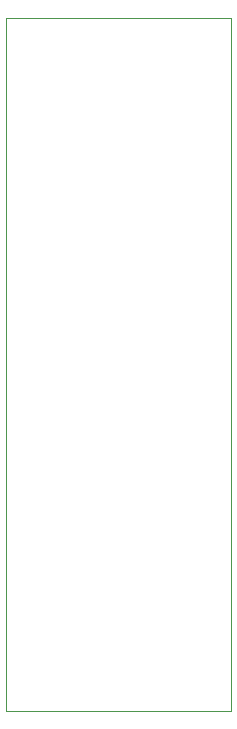
<source format=gbr>
G04 #@! TF.FileFunction,Profile,NP*
%FSLAX46Y46*%
G04 Gerber Fmt 4.6, Leading zero omitted, Abs format (unit mm)*
G04 Created by KiCad (PCBNEW 0.201505262310+5684~23~ubuntu14.04.1-product) date Mon 01 Jun 2015 21:54:35 CEST*
%MOMM*%
G01*
G04 APERTURE LIST*
%ADD10C,0.100000*%
G04 APERTURE END LIST*
D10*
X68199000Y-76200000D02*
X87249000Y-76200000D01*
X68199000Y-134874000D02*
X87249000Y-134874000D01*
X68199000Y-76200000D02*
X68199000Y-134874000D01*
X87249000Y-76200000D02*
X87249000Y-134874000D01*
M02*

</source>
